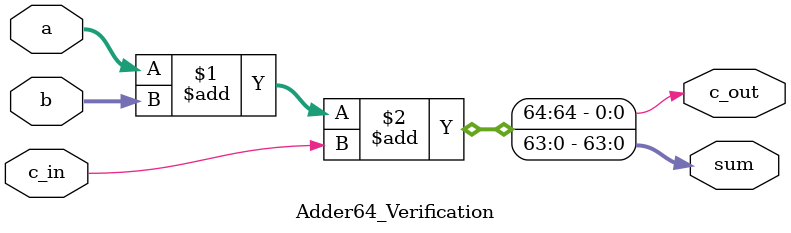
<source format=v>
`timescale 1ns / 1ps

module Adder64_Verification(c_out, sum, a, b, c_in);

	input [63:0]	 a, b; //declare inputs a, b, and c_in, one bit each
	input c_in;
	output c_out;
	output [63:0] sum; //declare outputs c_out and sum, one bit each
    
	assign {c_out, sum} = a + b + c_in;

endmodule

</source>
